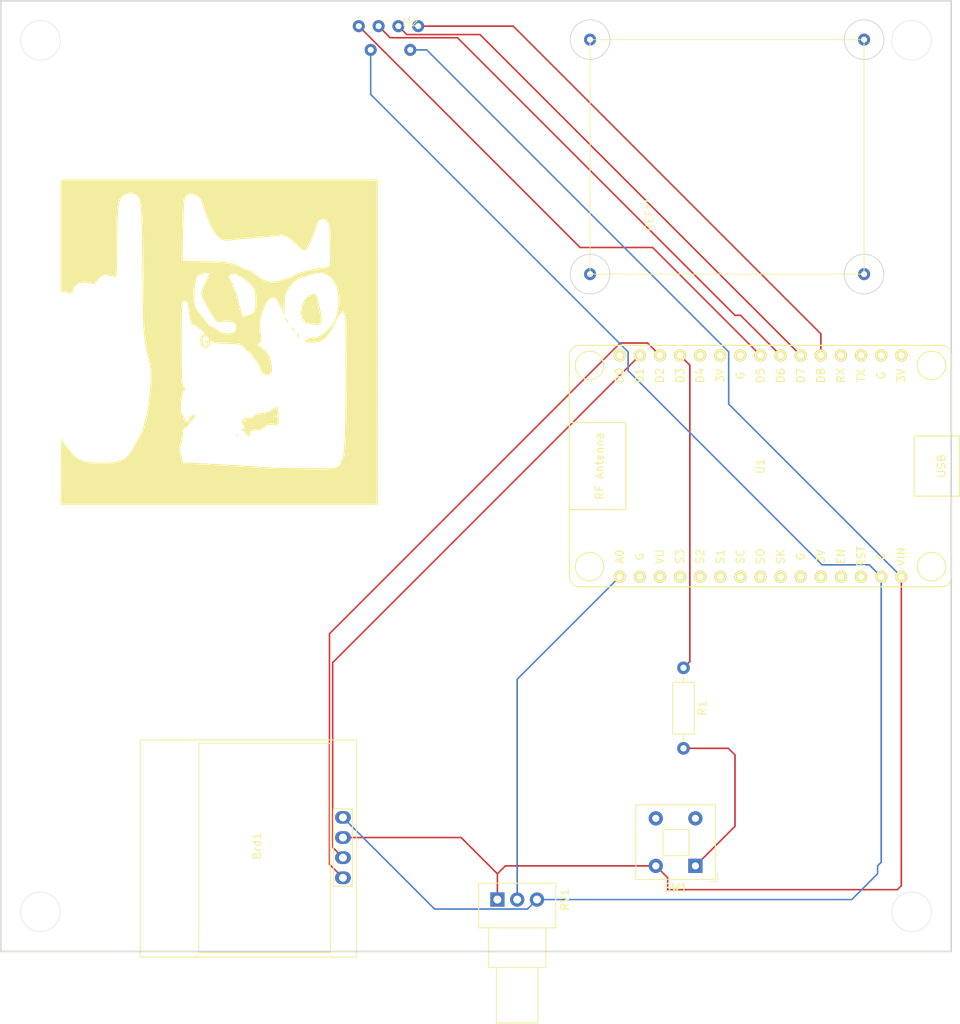
<source format=kicad_pcb>
(kicad_pcb (version 20240108) (generator "pcbnew") (generator_version "8.0")
  (layers (0 "F.Cu" signal) (31 "B.Cu" signal) (34 "B.Paste" user) (35 "F.Paste" user) (36 "B.SilkS" user "B.Silkscreen") (37 "F.SilkS" user "F.Silkscreen") (38 "B.Mask" user) (39 "F.Mask" user) (44 "Edge.Cuts" user))
  (net 0 "")
  (net 1 "+5V")
  (net 2 "GND")
  (net 3 "Net-(Brd1-SDA)")
  (net 4 "Net-(Brd1-SCL)")
  (net 5 "Net-(U1-D3(GPIO0))")
  (net 6 "Net-(R1-Pad2)")
  (net 7 "Net-(U1-A0(ADC0))")
  (net 28 "Net-(M2-IN1)")
  (net 29 "Net-(M2-IN4)")
  (net 30 "Net-(M2-IN2)")
  (net 31 "Net-(M2-IN3)")
  (footprint "Potentiometer_THT:Potentiometer_Alps_RK09Y11_Single_Horizontal" (layer "F.Cu") (at 122.7 173.45 90)
    (property "Reference" "RV1" (at 0 8.5 90) (layer "F.SilkS"))
    (property "Value" "R_Potentiometer")
    (fp_line (start 2.071 -2.37) (end -3.57 -2.37) (stroke (width 0.12)) (layer "F.SilkS"))
    (fp_line (start -3.57 -1.12) (end -8.57 -1.12) (stroke (width 0.12)) (layer "F.SilkS"))
    (fp_line (start -8.57 -0.12) (end -15.57 -0.12) (stroke (width 0.12)) (layer "F.SilkS"))
    (fp_line (start -8.57 5.12) (end -15.57 5.12) (stroke (width 0.12)) (layer "F.SilkS"))
    (fp_line (start -15.57 5.12) (end -15.57 -0.12) (stroke (width 0.12)) (layer "F.SilkS"))
    (fp_line (start -3.57 6.12) (end -8.57 6.12) (stroke (width 0.12)) (layer "F.SilkS"))
    (fp_line (start -8.57 6.12) (end -8.57 -1.12) (stroke (width 0.12)) (layer "F.SilkS"))
    (fp_line (start 2.071 7.37) (end 2.071 -2.37) (stroke (width 0.12)) (layer "F.SilkS"))
    (fp_line (start 2.071 7.37) (end -3.57 7.37) (stroke (width 0.12)) (layer "F.SilkS"))
    (fp_line (start -3.57 7.37) (end -3.57 -2.37) (stroke (width 0.12)) (layer "F.SilkS"))
    (pad "1" thru_hole rect (at 0 0 270) (size 1.8 1.8) (drill 1) (layers "*.Cu" "*.Mask") (net 1 "+5V"))
    (pad "2" thru_hole circle (at 0 2.5 270) (size 1.8 1.8) (drill 1) (layers "*.Cu" "*.Mask") (net 7 "Net-(U1-A0(ADC0))"))
    (pad "3" thru_hole circle (at 0 5 270) (size 1.8 1.8) (drill 1) (layers "*.Cu" "*.Mask") (net 2 "GND"))
  )
  (footprint "ESP8266:NodeMCU1.0(12-E)" (layer "F.Cu") (at 155.92 118.73 90)
    (property "Reference" "U1" (at 0 0 90) (layer "F.SilkS"))
    (property "Value" "NodeMCU_1.0_(ESP-12E)")
    (fp_line (start 13.97 -24.13) (end -13.97 -24.13) (stroke (width 0.15)) (layer "F.SilkS"))
    (fp_line (start 5.5 -24.13) (end 5.5 -17) (stroke (width 0.15)) (layer "F.SilkS"))
    (fp_line (start 15.24 -22.86) (end 15.24 22.86) (stroke (width 0.15)) (layer "F.SilkS"))
    (fp_line (start -15.24 -22.86) (end -15.24 22.86) (stroke (width 0.15)) (layer "F.SilkS"))
    (fp_line (start 5.5 -17) (end -5.5 -17) (stroke (width 0.15)) (layer "F.SilkS"))
    (fp_line (start -5.5 -17) (end -5.5 -24.13) (stroke (width 0.15)) (layer "F.SilkS"))
    (fp_line (start 3.8 19.4) (end 3.8 25.13) (stroke (width 0.15)) (layer "F.SilkS"))
    (fp_line (start -3.8 19.4) (end 3.8 19.4) (stroke (width 0.15)) (layer "F.SilkS"))
    (fp_line (start 13.98 24.13) (end 3.81 24.13) (stroke (width 0.15)) (layer "F.SilkS"))
    (fp_line (start -3.8 24.13) (end -13.97 24.13) (stroke (width 0.15)) (layer "F.SilkS"))
    (fp_line (start 3.8 25.13) (end -3.8 25.13) (stroke (width 0.15)) (layer "F.SilkS"))
    (fp_line (start -3.8 25.13) (end -3.8 19.4) (stroke (width 0.15)) (layer "F.SilkS"))
    (fp_arc (start 13.97 -24.13) (mid 14.868026 -23.758026) (end 15.24 -22.86) (stroke (width 0.15)) (layer "F.SilkS"))
    (fp_arc (start -15.24 -22.86) (mid -14.868026 -23.758026) (end -13.97 -24.13) (stroke (width 0.15)) (layer "F.SilkS"))
    (fp_arc (start 15.24 22.86) (mid 14.868026 23.758026) (end 13.97 24.13) (stroke (width 0.15)) (layer "F.SilkS"))
    (fp_arc (start -13.97 24.13) (mid -14.868026 23.758026) (end -15.24 22.86) (stroke (width 0.15)) (layer "F.SilkS"))
    (fp_circle (center 12.7 -21.59) (end 13.97 -22.86) (stroke (width 0.15)) (fill none) (layer "F.SilkS"))
    (fp_circle (center -12.7 -21.59) (end -11.43 -22.86) (stroke (width 0.15)) (fill none) (layer "F.SilkS"))
    (fp_circle (center 12.7 21.59) (end 13.97 20.32) (stroke (width 0.15)) (fill none) (layer "F.SilkS"))
    (fp_circle (center -12.7 21.59) (end -11.43 20.32) (stroke (width 0.15)) (fill none) (layer "F.SilkS"))
    (fp_text user "SK" (at -11.43 2.54 90) (layer "F.SilkS"))
    (fp_text user "D5" (at 11.43 0 90) (layer "F.SilkS"))
    (fp_text user "RST" (at -11.43 12.7 90) (layer "F.SilkS"))
    (fp_text user "G" (at -11.43 -15.24 90) (layer "F.SilkS"))
    (fp_text user "3V" (at 11.43 -5.08 90) (layer "F.SilkS"))
    (fp_text user "D2" (at 11.43 -12.7 90) (layer "F.SilkS"))
    (fp_text user "G" (at -11.43 15.24 90) (layer "F.SilkS"))
    (fp_text user "D6" (at 11.43 2.54 90) (layer "F.SilkS"))
    (fp_text user "D7" (at 11.43 5.08 90) (layer "F.SilkS"))
    (fp_text user "EN" (at -11.43 10.16 90) (layer "F.SilkS"))
    (fp_text user "D8" (at 11.43 7.62 90) (layer "F.SilkS"))
    (fp_text user "SC" (at -11.43 -2.54 90) (layer "F.SilkS"))
    (fp_text user "TX" (at 11.43 12.7 90) (layer "F.SilkS"))
    (fp_text user "VU" (at -11.43 -12.7 90) (layer "F.SilkS"))
    (fp_text user "RX" (at 11.43 10.16 90) (layer "F.SilkS"))
    (fp_text user "SO" (at -11.43 0 90) (layer "F.SilkS"))
    (fp_text user "VIN" (at -11.43 17.78 90) (layer "F.SilkS"))
    (fp_text user "3V" (at 11.43 17.78 90) (layer "F.SilkS"))
    (fp_text user "S3" (at -11.43 -10.16 90) (layer "F.SilkS"))
    (fp_text user "S1" (at -11.43 -5.08 90) (layer "F.SilkS"))
    (fp_text user "D1" (at 11.43 -15.24 90) (layer "F.SilkS"))
    (fp_text user "D3" (at 11.43 -10.16 90) (layer "F.SilkS"))
    (fp_text user "G" (at 11.43 -2.54 90) (layer "F.SilkS"))
    (fp_text user "USB" (at 0 22.86 90) (layer "F.SilkS"))
    (fp_text user "A0" (at -11.43 -17.78 90) (layer "F.SilkS"))
    (fp_text user "RF Antenna" (at 0 -20.32 90) (layer "F.SilkS"))
    (fp_text user "G" (at -11.43 5.08 90) (layer "F.SilkS"))
    (fp_text user "D0" (at 11.43 -17.78 90) (layer "F.SilkS"))
    (fp_text user "D4" (at 11.43 -7.62 90) (layer "F.SilkS"))
    (fp_text user "S2" (at -11.43 -7.62 90) (layer "F.SilkS"))
    (fp_text user "G" (at 11.43 15.24 90) (layer "F.SilkS"))
    (fp_text user "3V" (at -11.43 7.62 90) (layer "F.SilkS"))
    (pad "1" thru_hole circle (at -13.97 -17.78 90) (size 1.524 1.524) (drill 0.762) (layers "*.Cu" "*.Mask" "F.SilkS") (net 7 "Net-(U1-A0(ADC0))"))
    (pad "2" thru_hole circle (at -13.97 -15.24 90) (size 1.524 1.524) (drill 0.762) (layers "*.Cu" "*.Mask" "F.SilkS"))
    (pad "3" thru_hole circle (at -13.97 -12.7 90) (size 1.524 1.524) (drill 0.762) (layers "*.Cu" "*.Mask" "F.SilkS"))
    (pad "4" thru_hole circle (at -13.97 -10.16 90) (size 1.524 1.524) (drill 0.762) (layers "*.Cu" "*.Mask" "F.SilkS"))
    (pad "5" thru_hole circle (at -13.97 -7.62 90) (size 1.524 1.524) (drill 0.762) (layers "*.Cu" "*.Mask" "F.SilkS"))
    (pad "6" thru_hole circle (at -13.97 -5.08 90) (size 1.524 1.524) (drill 0.762) (layers "*.Cu" "*.Mask" "F.SilkS"))
    (pad "7" thru_hole circle (at -13.97 -2.54 90) (size 1.524 1.524) (drill 0.762) (layers "*.Cu" "*.Mask" "F.SilkS"))
    (pad "8" thru_hole circle (at -13.97 0 90) (size 1.524 1.524) (drill 0.762) (layers "*.Cu" "*.Mask" "F.SilkS"))
    (pad "9" thru_hole circle (at -13.97 2.54 90) (size 1.524 1.524) (drill 0.762) (layers "*.Cu" "*.Mask" "F.SilkS"))
    (pad "10" thru_hole circle (at -13.97 5.08 90) (size 1.524 1.524) (drill 0.762) (layers "*.Cu" "*.Mask" "F.SilkS"))
    (pad "11" thru_hole circle (at -13.97 7.62 90) (size 1.524 1.524) (drill 0.762) (layers "*.Cu" "*.Mask" "F.SilkS"))
    (pad "12" thru_hole circle (at -13.97 10.16 90) (size 1.524 1.524) (drill 0.762) (layers "*.Cu" "*.Mask" "F.SilkS"))
    (pad "13" thru_hole circle (at -13.97 12.7 90) (size 1.524 1.524) (drill 0.762) (layers "*.Cu" "*.Mask" "F.SilkS"))
    (pad "14" thru_hole circle (at -13.97 15.24 90) (size 1.524 1.524) (drill 0.762) (layers "*.Cu" "*.Mask" "F.SilkS") (net 2 "GND"))
    (pad "15" thru_hole circle (at -13.97 17.78 90) (size 1.524 1.524) (drill 0.762) (layers "*.Cu" "*.Mask" "F.SilkS") (net 1 "+5V"))
    (pad "16" thru_hole circle (at 13.97 17.78 90) (size 1.524 1.524) (drill 0.762) (layers "*.Cu" "*.Mask" "F.SilkS"))
    (pad "17" thru_hole circle (at 13.97 15.24 90) (size 1.524 1.524) (drill 0.762) (layers "*.Cu" "*.Mask" "F.SilkS"))
    (pad "18" thru_hole circle (at 13.97 12.7 90) (size 1.524 1.524) (drill 0.762) (layers "*.Cu" "*.Mask" "F.SilkS"))
    (pad "19" thru_hole circle (at 13.97 10.16 90) (size 1.524 1.524) (drill 0.762) (layers "*.Cu" "*.Mask" "F.SilkS"))
    (pad "20" thru_hole circle (at 13.97 7.62 90) (size 1.524 1.524) (drill 0.762) (layers "*.Cu" "*.Mask" "F.SilkS") (net 29 "Net-(M2-IN4)"))
    (pad "21" thru_hole circle (at 13.97 5.08 90) (size 1.524 1.524) (drill 0.762) (layers "*.Cu" "*.Mask" "F.SilkS") (net 31 "Net-(M2-IN3)"))
    (pad "22" thru_hole circle (at 13.97 2.54 90) (size 1.524 1.524) (drill 0.762) (layers "*.Cu" "*.Mask" "F.SilkS") (net 30 "Net-(M2-IN2)"))
    (pad "23" thru_hole circle (at 13.97 0 90) (size 1.524 1.524) (drill 0.762) (layers "*.Cu" "*.Mask" "F.SilkS") (net 28 "Net-(M2-IN1)"))
    (pad "24" thru_hole circle (at 13.97 -2.54 90) (size 1.524 1.524) (drill 0.762) (layers "*.Cu" "*.Mask" "F.SilkS"))
    (pad "25" thru_hole circle (at 13.97 -5.08 90) (size 1.524 1.524) (drill 0.762) (layers "*.Cu" "*.Mask" "F.SilkS"))
    (pad "26" thru_hole circle (at 13.97 -7.62 90) (size 1.524 1.524) (drill 0.762) (layers "*.Cu" "*.Mask" "F.SilkS"))
    (pad "27" thru_hole circle (at 13.97 -10.16 90) (size 1.524 1.524) (drill 0.762) (layers "*.Cu" "*.Mask" "F.SilkS") (net 5 "Net-(U1-D3(GPIO0))"))
    (pad "28" thru_hole circle (at 13.97 -12.7 90) (size 1.524 1.524) (drill 0.762) (layers "*.Cu" "*.Mask" "F.SilkS") (net 3 "Net-(Brd1-SDA)"))
    (pad "29" thru_hole circle (at 13.97 -15.24 90) (size 1.524 1.524) (drill 0.762) (layers "*.Cu" "*.Mask" "F.SilkS") (net 4 "Net-(Brd1-SCL)"))
    (pad "30" thru_hole circle (at 13.97 -17.78 90) (size 1.524 1.524) (drill 0.762) (layers "*.Cu" "*.Mask" "F.SilkS"))
  )
  (footprint "Resistor_THT:R_Axial_DIN0207_L6.3mm_D2.5mm_P10.16mm_Horizontal" (layer "F.Cu") (at 146.2 144.2 -90)
    (property "Reference" "R1" (at 5.08 -2.37 90) (layer "F.SilkS"))
    (property "Value" "R")
    (fp_line (start 1.81 1.37) (end 8.35 1.37) (stroke (width 0.12)) (layer "F.SilkS"))
    (fp_line (start 8.35 1.37) (end 8.35 -1.37) (stroke (width 0.12)) (layer "F.SilkS"))
    (fp_line (start 1.04 0) (end 1.81 0) (stroke (width 0.12)) (layer "F.SilkS"))
    (fp_line (start 9.12 0) (end 8.35 0) (stroke (width 0.12)) (layer "F.SilkS"))
    (fp_line (start 1.81 -1.37) (end 1.81 1.37) (stroke (width 0.12)) (layer "F.SilkS"))
    (fp_line (start 8.35 -1.37) (end 1.81 -1.37) (stroke (width 0.12)) (layer "F.SilkS"))
    (pad "1" thru_hole circle (at 0 0 270) (size 1.6 1.6) (drill 0.8) (layers "*.Cu" "*.Mask") (net 5 "Net-(U1-D3(GPIO0))"))
    (pad "2" thru_hole oval (at 10.16 0 270) (size 1.6 1.6) (drill 0.8) (layers "*.Cu" "*.Mask") (net 6 "Net-(R1-Pad2)"))
  )
  (footprint "SSD1306:128x64OLED" (layer "F.Cu") (at 92.6 166.7 -90)
    (property "Reference" "Brd1" (at 0 0.254 90) (layer "F.SilkS"))
    (property "Value" "SSD1306")
    (fp_line (start -13.4 15) (end -13.4 -12.3) (stroke (width 0.12)) (layer "F.SilkS"))
    (fp_line (start 14 15) (end -13.4 15) (stroke (width 0.12)) (layer "F.SilkS"))
    (fp_line (start 13.462 7.62) (end 13.462 -9.017) (stroke (width 0.12)) (layer "F.SilkS"))
    (fp_line (start -12.978 7.595) (end -12.978 -9.005) (stroke (width 0.12)) (layer "F.SilkS"))
    (fp_line (start 10.122 7.595) (end 13.462 7.62) (stroke (width 0.12)) (layer "F.SilkS"))
    (fp_line (start 10.122 7.595) (end -12.978 7.595) (stroke (width 0.12)) (layer "F.SilkS"))
    (fp_line (start -12.978 -9.005) (end 10.122 -9.005) (stroke (width 0.12)) (layer "F.SilkS"))
    (fp_line (start 10.122 -9.005) (end 13.208 -9.005) (stroke (width 0.12)) (layer "F.SilkS"))
    (fp_line (start 13.462 -9.017) (end 13.208 -9.005) (stroke (width 0.12)) (layer "F.SilkS"))
    (fp_line (start 5.08 -9.398) (end -4.699 -9.398) (stroke (width 0.12)) (layer "F.SilkS"))
    (fp_line (start -4.699 -11.811) (end -4.699 -9.398) (stroke (width 0.12)) (layer "F.SilkS"))
    (fp_line (start -4.699 -11.811) (end 5.08 -11.811) (stroke (width 0.12)) (layer "F.SilkS"))
    (fp_line (start 5.08 -11.811) (end 5.08 -9.398) (stroke (width 0.12)) (layer "F.SilkS"))
    (fp_line (start -13.4 -12.3) (end 14 -12.3) (stroke (width 0.12)) (layer "F.SilkS"))
    (fp_line (start 14 -12.3) (end 14 15) (stroke (width 0.12)) (layer "F.SilkS"))
    (pad "1" thru_hole oval (at -3.62 -10.6) (size 2 1.6) (drill 1) (layers "*.Cu" "*.Mask") (net 2 "GND"))
    (pad "2" thru_hole oval (at -1.08 -10.6) (size 2 1.6) (drill 1) (layers "*.Cu" "*.Mask") (net 1 "+5V"))
    (pad "3" thru_hole oval (at 1.46 -10.6) (size 2 1.6) (drill 1) (layers "*.Cu" "*.Mask") (net 4 "Net-(Brd1-SCL)"))
    (pad "4" thru_hole oval (at 4 -10.6) (size 2 1.6) (drill 1) (layers "*.Cu" "*.Mask") (net 3 "Net-(Brd1-SDA)"))
  )
  (footprint "1_david:stepper motor" (layer "F.Cu") (at 111.7 63.2)
    (property "Reference" "M2" (at 0 -0.5 0) (layer "F.SilkS") (effects (font (thickness 0.1))))
    (property "Value" "~")
    (pad "1" thru_hole circle (at -6.5 0) (size 1.524 1.524) (drill 0.762) (layers "*.Cu" "*.Mask") (net 28 "Net-(M2-IN1)"))
    (pad "2" thru_hole circle (at -4 0) (size 1.524 1.524) (drill 0.762) (layers "*.Cu" "*.Mask") (net 30 "Net-(M2-IN2)"))
    (pad "3" thru_hole circle (at -1.5 0) (size 1.524 1.524) (drill 0.762) (layers "*.Cu" "*.Mask") (net 31 "Net-(M2-IN3)"))
    (pad "4" thru_hole circle (at 1 0) (size 1.524 1.524) (drill 0.762) (layers "*.Cu" "*.Mask") (net 29 "Net-(M2-IN4)"))
    (pad "5" thru_hole circle (at 0 3) (size 1.524 1.524) (drill 0.762) (layers "*.Cu" "*.Mask") (net 1 "+5V"))
    (pad "6" thru_hole circle (at -5 3) (size 1.524 1.524) (drill 0.762) (layers "*.Cu" "*.Mask") (net 2 "GND"))
  )
  (footprint "cat:cat2" (layer "F.Cu") (at 87.5 103)
    (property "Reference" "G***" (at 0 0 0) (layer "F.SilkS") (effects (font (size 1.5 1.5) (thickness 0.3))))
    (property "Value" "LOGO" (hide yes))
    (fp_poly (pts (xy 9.538495 -1.548828) (xy 9.627452 -1.279892) (xy 9.570545 -1.193288) (xy 9.382258 -1.330073) (xy 9.30483 -1.473392) (xy 9.245354 -1.773063) (xy 9.34892 -1.801099)) (fill solid) (layer "F.SilkS"))
    (fp_poly (pts (xy 2.602909 11.821069) (xy 2.608575 11.877032) (xy 2.341712 11.899887) (xy 2.301342 11.899653) (xy 2.036951 11.875072) (xy 2.062189 11.823188) (xy 2.091499 11.814752) (xy 2.462835 11.789796)) (fill solid) (layer "F.SilkS"))
    (fp_poly (pts (xy 8.521358 -2.8942) (xy 8.626113 -2.754423) (xy 8.803151 -2.451292) (xy 8.832747 -2.298071) (xy 8.705292 -2.368436) (xy 8.559654 -2.562486) (xy 8.38163 -2.899174) (xy 8.373672 -3.023629)) (fill solid) (layer "F.SilkS"))
    (fp_poly (pts (xy 10.057718 -0.937584) (xy 10.221685 -0.719645) (xy 10.228188 -0.671818) (xy 10.098163 -0.516) (xy 10.057718 -0.511409) (xy 9.908112 -0.650165) (xy 9.887248 -0.777174) (xy 9.969891 -0.95362)) (fill solid) (layer "F.SilkS"))
    (fp_poly (pts (xy 12.23395 -5.987407) (xy 12.341443 -5.854326) (xy 12.448273 -5.570771) (xy 12.57597 -5.085999) (xy 12.746061 -4.349267) (xy 12.873187 -3.784008) (xy 13.016853 -2.96903) (xy 13.0093 -2.432335) (xy 12.843193 -2.143114) (xy 12.511193 -2.070559) (xy 12.46604 -2.074294) (xy 12.115218 -2.110776) (xy 11.621244 -2.162402) (xy 11.551895 -2.169666) (xy 10.93358 -2.365726) (xy 10.551856 -2.803506) (xy 10.40157 -3.489499) (xy 10.398658 -3.623271) (xy 10.510292 -4.458925) (xy 10.815409 -5.177939) (xy 11.269326 -5.710855) (xy 11.827364 -5.988215) (xy 11.930863 -6.005127) (xy 12.104266 -6.02076)) (fill solid) (layer "F.SilkS"))
    (fp_poly (pts (xy 7.550213 9.251125) (xy 7.595191 9.997422) (xy 7.559072 10.445984) (xy 7.432025 10.632485) (xy 7.204221 10.592596) (xy 7.183494 10.581845) (xy 6.852115 10.504144) (xy 6.445853 10.522325) (xy 6.104193 10.61603) (xy 5.966443 10.759471) (xy 5.828079 10.893166) (xy 5.710738 10.910067) (xy 5.483882 11.002116) (xy 5.455034 11.080537) (xy 5.302866 11.183098) (xy 4.918709 11.24386) (xy 4.703879 11.251007) (xy 4.242138 11.268629) (xy 4.042603 11.348286) (xy 4.02724 11.530167) (xy 4.041882 11.591947) (xy 4.035722 11.860305) (xy 3.771405 11.932886) (xy 3.770218 11.932886) (xy 3.474999 11.828638) (xy 3.409396 11.671688) (xy 3.268266 11.412936) (xy 3.025839 11.256319) (xy 2.793803 11.141317) (xy 2.875609 11.095118) (xy 2.940604 11.091343) (xy 3.156979 10.979074) (xy 3.243403 10.762133) (xy 3.163013 10.591079) (xy 3.068456 10.569128) (xy 2.920913 10.441038) (xy 2.916427 10.150811) (xy 2.99418 9.958278) (xy 3.252384 9.958278) (xy 3.283726 10.17938) (xy 3.341918 10.182019) (xy 3.382612 9.953864) (xy 3.355376 9.855286) (xy 3.279682 9.790715) (xy 3.252384 9.958278) (xy 2.99418 9.958278) (xy 3.042143 9.839513) (xy 3.145511 9.723568) (xy 3.502378 9.599444) (xy 3.724192 9.623246) (xy 4.129531 9.58732) (xy 4.30836 9.461074) (xy 7.159731 9.461074) (xy 7.244966 9.546309) (xy 7.330201 9.461074) (xy 7.244966 9.375839) (xy 7.159731 9.461074) (xy 4.30836 9.461074) (xy 4.360531 9.424243) (xy 4.697652 9.182892) (xy 4.932521 9.107444) (xy 5.395987 9.057414) (xy 5.889997 8.963753) (xy 6.309797 8.852131) (xy 6.550634 8.748216) (xy 6.57056 8.706051) (xy 6.657849 8.57329) (xy 6.967701 8.413374) (xy 6.978239 8.409362) (xy 7.457482 8.228468)) (fill solid) (layer "F.SilkS"))
    (fp_poly (pts (xy 20.114044 0.085235) (xy 20.112428 20.626846) (xy 0.083731 20.626846) (xy -19.944966 20.626846) (xy -19.931508 16.237249) (xy -19.924112 14.869479) (xy -19.910494 13.818058) (xy -19.889398 13.05843) (xy -19.859569 12.566041) (xy -19.819753 12.316334) (xy -19.768693 12.284754) (xy -19.733173 12.357422) (xy -19.483683 12.824728) (xy -19.116453 13.29725) (xy -19.064752 13.350736) (xy -18.75474 13.705616) (xy -18.585283 13.986567) (xy -18.574984 14.034254) (xy -18.437995 14.229199) (xy -18.091652 14.520174) (xy -17.767265 14.742835) (xy -17.360899 14.981485) (xy -16.984097 15.136487) (xy -16.5393 15.230075) (xy -15.92895 15.28448) (xy -15.258115 15.314653) (xy -13.974411 15.315583) (xy -12.967475 15.198728) (xy -12.18755 14.944389) (xy -11.584878 14.532866) (xy -11.1097 13.944461) (xy -10.924215 13.614699) (xy -4.902663 13.614699) (xy -4.812547 14.044436) (xy -4.797018 14.079461) (xy -4.645427 14.569433) (xy -4.602685 14.924143) (xy -4.573868 15.175985) (xy -4.42802 15.294686) (xy -4.076045 15.323561) (xy -3.792953 15.317789) (xy -3.44538 15.322879) (xy -2.812326 15.34736) (xy -1.948506 15.388096) (xy -0.908633 15.441953) (xy 0.252577 15.505795) (xy 1.480411 15.576487) (xy 2.720154 15.650892) (xy 3.917093 15.725877) (xy 5.016514 15.798304) (xy 5.963701 15.86504) (xy 6.563087 15.911244) (xy 6.932954 15.928901) (xy 7.583077 15.946942) (xy 8.452773 15.964224) (xy 9.481363 15.979605) (xy 10.608164 15.99194) (xy 11.037919 15.995505) (xy 12.273041 16.003343) (xy 13.212941 16.003389) (xy 13.903308 15.99213) (xy 14.389834 15.966049) (xy 14.718209 15.921632) (xy 14.934123 15.855363) (xy 15.083267 15.763729) (xy 15.17803 15.677004) (xy 15.399657 15.382944) (xy 15.434714 15.183457) (xy 15.479188 15.005081) (xy 15.572971 14.949296) (xy 15.674221 14.779375) (xy 15.762142 14.346098) (xy 15.837107 13.639812) (xy 15.899494 12.650865) (xy 15.949679 11.369607) (xy 15.988038 9.786385) (xy 16.014947 7.891547) (xy 16.030782 5.675442) (xy 16.035919 3.128417) (xy 16.035914 3.068457) (xy 16.034963 1.373918) (xy 16.031599 -0.010983) (xy 16.024415 -1.117547) (xy 16.012002 -1.977075) (xy 15.992952 -2.620868) (xy 15.965858 -3.080226) (xy 15.92931 -3.38645) (xy 15.881901 -3.570842) (xy 15.822223 -3.6647) (xy 15.748868 -3.699327) (xy 15.731327 -3.702035) (xy 15.539502 -3.631836) (xy 15.29978 -3.352754) (xy 14.985083 -2.826581) (xy 14.644042 -2.167807) (xy 14.134768 -1.224524) (xy 13.667582 -0.563844) (xy 13.188692 -0.141191) (xy 12.644308 0.088012) (xy 11.980638 0.168343) (xy 11.822441 0.17047) (xy 11.249946 0.142133) (xy 10.964958 0.048611) (xy 10.910067 -0.065352) (xy 11.069598 -0.29617) (xy 11.514283 -0.451444) (xy 12.188591 -0.513294) (xy 12.644331 -0.651102) (xy 13.200217 -1.007092) (xy 13.776768 -1.509658) (xy 14.294506 -2.087197) (xy 14.673953 -2.668106) (xy 14.740937 -2.812751) (xy 14.907624 -3.355403) (xy 15.049987 -4.064864) (xy 15.122177 -4.638238) (xy 15.116647 -5.831588) (xy 14.899318 -6.849226) (xy 14.495824 -7.664386) (xy 13.9318 -8.2503) (xy 13.23288 -8.580203) (xy 12.424699 -8.627329) (xy 11.546903 -8.371329) (xy 11.003744 -8.159227) (xy 10.523872 -8.030242) (xy 10.358875 -8.01208) (xy 10.019694 -7.877228) (xy 9.58854 -7.526752) (xy 9.141318 -7.04177) (xy 8.753934 -6.5034) (xy 8.522829 -6.04994) (xy 8.435346 -5.654688) (xy 8.370101 -5.050431) (xy 8.341483 -4.378499) (xy 8.328631 -3.767101) (xy 8.298172 -3.456763) (xy 8.24034 -3.407699) (xy 8.145481 -3.579865) (xy 7.797144 -4.373472) (xy 7.543244 -4.904779) (xy 7.346968 -5.226152) (xy 7.171506 -5.389955) (xy 6.980044 -5.448554) (xy 6.827274 -5.455033) (xy 6.49867 -5.396078) (xy 6.248713 -5.165387) (xy 6.009101 -4.730537) (xy 5.592231 -3.788992) (xy 5.343934 -3.011141) (xy 5.24517 -2.276001) (xy 5.276899 -1.462589) (xy 5.377068 -0.714464) (xy 5.424239 -0.211647) (xy 5.346729 0.083481) (xy 5.187469 0.243297) (xy 4.994503 0.418021) (xy 5.065351 0.551289) (xy 5.296459 0.682557) (xy 6.029555 1.244986) (xy 6.507271 2.028739) (xy 6.72234 3.021305) (xy 6.730025 3.150939) (xy 6.733349 3.683652) (xy 6.65891 3.984007) (xy 6.471314 4.157944) (xy 6.377489 4.206155) (xy 6.026611 4.295439) (xy 5.715001 4.134886) (xy 5.635412 4.06392) (xy 5.374348 3.785731) (xy 5.271521 3.615843) (xy 5.153688 3.10785) (xy 4.869564 2.660129) (xy 4.712828 2.48258) (xy 4.392077 2.081841) (xy 4.184303 1.723783) (xy 4.170478 1.685692) (xy 3.997447 1.416345) (xy 3.8667 1.35654) (xy 3.635302 1.230563) (xy 3.318469 0.928179) (xy 3.246923 0.845131) (xy 3.024207 0.599697) (xy 2.796604 0.448961) (xy 2.475984 0.368281) (xy 1.974216 0.33301) (xy 1.371755 0.320771) (xy 0.374848 0.290486) (xy -0.336648 0.223066) (xy -0.817404 0.105578) (xy -1.122088 -0.074909) (xy -1.295067 -0.310071) (xy -1.730791 -0.937574) (xy -2.346678 -1.532763) (xy -2.989625 -1.952015) (xy -3.228243 -2.073313) (xy -3.398192 -2.212177) (xy -3.521355 -2.430026) (xy -3.619616 -2.788277) (xy -3.714857 -3.348346) (xy -3.828963 -4.171651) (xy -3.858155 -4.389597) (xy -3.958029 -4.866758) (xy -4.117537 -5.08025) (xy -4.27891 -5.114094) (xy -4.375434 -5.101048) (xy -4.454282 -5.041333) (xy -4.517065 -4.90408) (xy -4.565391 -4.65842) (xy -4.600869 -4.273486) (xy -4.625109 -3.718409) (xy -4.63972 -2.962321) (xy -4.64631 -1.974354) (xy -4.64649 -0.723639) (xy -4.641869 0.820692) (xy -4.638001 1.774097) (xy -4.629074 3.036266) (xy -4.612448 3.99963) (xy -4.585233 4.70629) (xy -4.544541 5.198346) (xy -4.487483 5.517899) (xy -4.411172 5.70705) (xy -4.364067 5.76671) (xy -4.193786 5.990574) (xy -4.29094 6.157455) (xy -4.364639 6.213981) (xy -4.541647 6.524816) (xy -4.668992 7.165017) (xy -4.719907 7.680163) (xy -4.758201 8.369146) (xy -4.738873 8.802126) (xy -4.652138 9.060668) (xy -4.539116 9.187388) (xy -4.32022 9.531671) (xy -4.261745 9.837093) (xy -4.18708 10.137938) (xy -4.016985 10.167879) (xy -3.83231 9.947839) (xy -3.748049 9.70414) (xy -3.520286 9.337786) (xy -3.274555 9.236131) (xy -2.970545 9.255502) (xy -2.939315 9.447793) (xy -3.182513 9.82338) (xy -3.409396 10.085188) (xy -3.719723 10.452312) (xy -3.901277 10.720009) (xy -3.920805 10.777589) (xy -4.059404 10.895263) (xy -4.17651 10.910067) (xy -4.388857 11.055868) (xy -4.458897 11.293625) (xy -4.492775 11.773999) (xy -4.518555 12.134154) (xy -4.61015 12.627233) (xy -4.77144 13.122037) (xy -4.902663 13.614699) (xy -10.924215 13.614699) (xy -10.912743 13.594303) (xy -10.586959 12.992879) (xy -10.201491 12.333666) (xy -10.058908 12.103356) (xy -9.77974 11.621212) (xy -9.596636 11.22637) (xy -9.557509 11.080537) (xy -9.500414 10.78947) (xy -9.367873 10.29199) (xy -9.221296 9.802014) (xy -9.056377 9.119931) (xy -8.901989 8.203638) (xy -8.767445 7.149043) (xy -8.66206 6.052052) (xy -8.595151 5.008573) (xy -8.576032 4.114512) (xy -8.609315 3.501105) (xy -8.729327 2.797357) (xy -8.898998 2.076097) (xy -8.957572 1.875168) (xy -9.106877 1.251288) (xy -9.257415 0.352038) (xy -9.399685 -0.757181) (xy -9.524186 -2.01097) (xy -9.527163 -2.045637) (xy -9.533569 -2.265187) (xy -9.543038 -2.789564) (xy -9.555084 -3.582673) (xy -9.569223 -4.60842) (xy -9.581278 -5.544327) (xy -3.059498 -5.544327) (xy -3.010776 -4.844803) (xy -2.911365 -4.382167) (xy -2.704709 -4.01596) (xy -2.3554 -3.548348) (xy -2.145065 -3.305633) (xy -1.799411 -2.890031) (xy -1.578272 -2.54881) (xy -1.535043 -2.420496) (xy -1.391582 -2.21755) (xy -1.037353 -1.994428) (xy -0.933654 -1.947774) (xy -0.433798 -1.686055) (xy -0.022799 -1.385592) (xy 0.00393 -1.359828) (xy 0.398565 -1.14031) (xy 0.946836 -1.028902) (xy 1.506638 -1.034979) (xy 1.935867 -1.167917) (xy 2.011544 -1.227382) (xy 2.200877 -1.628802) (xy 2.132041 -2.084747) (xy 1.977897 -2.3082) (xy 1.652416 -2.458565) (xy 1.060674 -2.500592) (xy 0.741991 -2.488592) (xy -0.255705 -2.430774) (xy -0.767114 -3.199893) (xy -1.285212 -4.027997) (xy -1.718999 -4.815286) (xy -2.033397 -5.491194) (xy -2.193324 -5.985155) (xy -2.206186 -6.09467) (xy -2.132372 -6.438385) (xy -1.929894 -6.95792) (xy -1.667676 -7.492435) (xy -1.406509 -8.015993) (xy -1.347372 -8.164987) (xy 1.336552 -8.164987) (xy 1.485811 -7.81144) (xy 1.534645 -7.755932) (xy 1.805157 -7.318386) (xy 1.912459 -6.925763) (xy 2.015889 -6.511746) (xy 2.16894 -6.275789) (xy 2.342101 -5.972991) (xy 2.386577 -5.693444) (xy 2.438848 -5.32547) (xy 2.575098 -4.765171) (xy 2.743143 -4.205549) (xy 3.099708 -3.119376) (xy 3.686203 -3.321003) (xy 4.132788 -3.507722) (xy 4.44436 -3.695894) (xy 4.464284 -3.714217) (xy 4.586692 -4.01501) (xy 4.652706 -4.543542) (xy 4.662868 -5.191399) (xy 4.617725 -5.850167) (xy 4.517819 -6.411433) (xy 4.449717 -6.616408) (xy 4.182832 -7.002275) (xy 3.722829 -7.452279) (xy 3.162473 -7.896526) (xy 2.59453 -8.26512) (xy 2.111763 -8.488168) (xy 1.918615 -8.52349) (xy 1.491334 -8.423355) (xy 1.336552 -8.164987) (xy -1.347372 -8.164987) (xy -1.247148 -8.417501) (xy -1.223755 -8.610758) (xy -1.224294 -8.611319) (xy -1.439823 -8.636929) (xy -1.849968 -8.572868) (xy -2.00122 -8.53545) (xy -2.465474 -8.362179) (xy -2.722217 -8.086672) (xy -2.870777 -7.694736) (xy -2.987964 -7.094597) (xy -3.051383 -6.336026) (xy -3.059498 -5.544327) (xy -9.581278 -5.544327) (xy -9.584967 -5.83071) (xy -9.601832 -7.213449) (xy -9.619333 -8.720542) (xy -9.630933 -9.760152) (xy -9.635816 -10.175795) (xy -4.51745 -10.175795) (xy -1.619463 -10.122583) (xy -0.488431 -10.096862) (xy 0.37631 -10.057949) (xy 1.049407 -9.992205) (xy 1.60551 -9.885994) (xy 2.119265 -9.725677) (xy 2.665321 -9.497619) (xy 3.211056 -9.240112) (xy 3.643055 -9.04934) (xy 3.960014 -8.940213) (xy 3.988576 -8.93469) (xy 4.231983 -8.808168) (xy 4.604846 -8.524082) (xy 4.78356 -8.367377) (xy 5.634458 -7.791466) (xy 6.557442 -7.536162) (xy 7.512034 -7.609266) (xy 7.953139 -7.756375) (xy 8.431028 -7.92487) (xy 8.817676 -8.009678) (xy 8.864375 -8.01208) (xy 9.226688 -8.135025) (xy 9.364449 -8.254062) (xy 9.667501 -8.453358) (xy 10.219654 -8.675106) (xy 10.932463 -8.893773) (xy 11.717483 -9.083823) (xy 12.486269 -9.219722) (xy 12.850599 -9.26054) (xy 13.43473 -9.344188) (xy 13.853782 -9.471091) (xy 13.993693 -9.570854) (xy 14.04429 -9.825983) (xy 14.072892 -10.341402) (xy 14.076955 -11.037017) (xy 14.060608 -11.674982) (xy 14.029757 -12.512039) (xy 14.004412 -13.286428) (xy 13.987758 -13.895695) (xy 13.98295 -14.172725) (xy 13.886983 -14.727571) (xy 13.658189 -15.188697) (xy 13.657609 -15.189414) (xy 13.284465 -15.456409) (xy 12.903609 -15.423602) (xy 12.583908 -15.12342) (xy 12.395304 -14.59502) (xy 12.286461 -14.185817) (xy 12.0843 -13.628721) (xy 11.825185 -13.003966) (xy 11.545477 -12.391786) (xy 11.281537 -11.872414) (xy 11.069727 -11.526084) (xy 10.9598 -11.427517) (xy 10.588595 -11.56333) (xy 10.135841 -11.88705) (xy 9.72218 -12.312067) (xy 9.714983 -12.321199) (xy 9.355159 -12.674649) (xy 8.883328 -13.007755) (xy 8.398811 -13.265239) (xy 8.000931 -13.39182) (xy 7.826278 -13.372403) (xy 7.600016 -13.322996) (xy 7.101098 -13.262539) (xy 6.397339 -13.197843) (xy 5.556554 -13.135719) (xy 5.317695 -13.120447) (xy 4.340941 -13.051938) (xy 3.375392 -12.970105) (xy 2.528339 -12.884895) (xy 1.907073 -12.806254) (xy 1.875168 -12.801309) (xy 1.216676 -12.716492) (xy 0.767783 -12.720657) (xy 0.407015 -12.82135) (xy 0.235196 -12.903206) (xy -0.207437 -13.284384) (xy -0.675397 -13.959311) (xy -1.145919 -14.884206) (xy -1.596239 -16.015289) (xy -1.941047 -17.088597) (xy -2.25753 -17.874325) (xy -2.677024 -18.353266) (xy -3.229332 -18.551618) (xy -3.603762 -18.550291) (xy -3.979462 -18.473768) (xy -4.176749 -18.269973) (xy -4.298568 -17.839742) (xy -4.342022 -17.469922) (xy -4.383949 -16.822867) (xy -4.421636 -15.962282) (xy -4.452371 -14.951869) (xy -4.473442 -13.855332) (xy -4.475694 -13.679653) (xy -4.51745 -10.175795) (xy -9.635816 -10.175795) (xy -9.653368 -11.669877) (xy -9.677155 -13.268237) (xy -9.705383 -14.584803) (xy -9.741138 -15.649144) (xy -9.787509 -16.490831) (xy -9.847583 -17.139433) (xy -9.924447 -17.624521) (xy -10.02119 -17.975666) (xy -10.140898 -18.222437) (xy -10.28666 -18.394405) (xy -10.461563 -18.52114) (xy -10.550978 -18.571494) (xy -11.094153 -18.691419) (xy -11.692219 -18.574295) (xy -12.106673 -18.322501) (xy -12.30904 -18.07538) (xy -12.469054 -17.716783) (xy -12.591026 -17.210048) (xy -12.679269 -16.51851) (xy -12.738095 -15.605504) (xy -12.771817 -14.434367) (xy -12.784746 -12.968434) (xy -12.785235 -12.55322) (xy -12.789452 -11.407015) (xy -12.801282 -10.36604) (xy -12.819494 -9.481673) (xy -12.842857 -8.805288) (xy -12.87014 -8.388263) (xy -12.88751 -8.284849) (xy -13.042854 -8.110716) (xy -13.313685 -8.19167) (xy -13.567813 -8.284875) (xy -13.637584 -8.25291) (xy -13.742036 -8.24696) (xy -13.875763 -8.338474) (xy -14.187003 -8.400264) (xy -14.613433 -8.264272) (xy -15.044709 -7.988403) (xy -15.370492 -7.630563) (xy -15.427517 -7.52415) (xy -15.64756 -7.247802) (xy -15.938926 -7.252687) (xy -16.796656 -7.422254) (xy -17.510342 -7.352996) (xy -18.036726 -7.059006) (xy -18.332545 -6.554377) (xy -18.353431 -6.466069) (xy -18.463372 -6.119074) (xy -18.650452 -6.038899) (xy -18.816493 -6.081087) (xy -19.299064 -6.177894) (xy -19.561409 -6.188798) (xy -19.944966 -6.172979) (xy -19.944966 -13.314677) (xy -19.944966 -20.456375) (xy 0.085347 -20.456375) (xy 20.11566 -20.456375)) (fill solid) (layer "F.SilkS"))
  )
  (footprint "1_david:stepper driver" (layer "F.Cu") (at 142.4 87 90)
    (property "Reference" "REF**" (at 0 -0.5 90) (layer "F.SilkS") (effects (font (thickness 0.1))))
    (property "Value" "stepper driver")
    (fp_rect (start -7.5 -8) (end 22.1 26.6) (stroke (width 0.1)) (fill none) (layer "F.SilkS"))
    (fp_circle (center 22.1 -8) (end 24.6 -8) (stroke (width 0.1)) (fill none) (layer "Edge.Cuts"))
    (fp_circle (center -7.5 -8) (end -5 -8) (stroke (width 0.1)) (fill none) (layer "Edge.Cuts"))
    (fp_circle (center 22.1 26.6) (end 24.6 26.6) (stroke (width 0.1)) (fill none) (layer "Edge.Cuts"))
    (fp_circle (center -7.5 26.6) (end -5 26.6) (stroke (width 0.1)) (fill none) (layer "Edge.Cuts"))
    (pad "1" thru_hole circle (at -7.5 -8 90) (size 1.524 1.524) (drill 0.762) (layers "*.Cu" "*.Mask"))
    (pad "2" thru_hole circle (at 22.1 -8 90) (size 1.524 1.524) (drill 0.762) (layers "*.Cu" "*.Mask"))
    (pad "3" thru_hole circle (at 22.1 26.6 90) (size 1.524 1.524) (drill 0.762) (layers "*.Cu" "*.Mask"))
    (pad "4" thru_hole circle (at -7.5 26.6 90) (size 1.524 1.524) (drill 0.762) (layers "*.Cu" "*.Mask"))
  )
  (footprint "Button_Switch_THT:SW_Push_2P1T_Toggle_CK_PVA1xxH1xxxxxxV2" (layer "F.Cu") (at 147.7 169.2 180)
    (property "Reference" "SW1" (at 2.5 -2.75 360) (layer "F.SilkS"))
    (property "Value" "SW_Push")
    (fp_line (start 7.52 7.72) (end 7.52 -1.72) (stroke (width 0.12)) (layer "F.SilkS"))
    (fp_line (start 7.52 7.72) (end -2.52 7.72) (stroke (width 0.12)) (layer "F.SilkS"))
    (fp_line (start 7.52 -1.72) (end -2.52 -1.72) (stroke (width 0.12)) (layer "F.SilkS"))
    (fp_line (start 4.1 4.6) (end 0.8 4.6) (stroke (width 0.12)) (layer "F.SilkS"))
    (fp_line (start 4.1 1.3) (end 4.1 4.6) (stroke (width 0.12)) (layer "F.SilkS"))
    (fp_line (start 4.1 1.3) (end 0.8 1.3) (stroke (width 0.12)) (layer "F.SilkS"))
    (fp_line (start 0.8 1.3) (end 0.8 4.6) (stroke (width 0.12)) (layer "F.SilkS"))
    (fp_line (start -1.77 -1.97) (end -2.77 -1.97) (stroke (width 0.12)) (layer "F.SilkS"))
    (fp_line (start -2.52 7.72) (end -2.52 -1.72) (stroke (width 0.12)) (layer "F.SilkS"))
    (fp_line (start -2.77 -0.97) (end -2.77 -1.97) (stroke (width 0.12)) (layer "F.SilkS"))
    (pad "1" thru_hole rect (at 0 0 180) (size 1.8 1.8) (drill 0.9) (layers "*.Cu" "*.Mask") (net 6 "Net-(R1-Pad2)"))
    (pad "2" thru_hole circle (at 5 0 180) (size 1.8 1.8) (drill 0.9) (layers "*.Cu" "*.Mask") (net 1 "+5V"))
    (pad "3" thru_hole circle (at 0 6 180) (size 1.8 1.8) (drill 0.9) (layers "*.Cu" "*.Mask"))
    (pad "4" thru_hole circle (at 5 6 180) (size 1.8 1.8) (drill 0.9) (layers "*.Cu" "*.Mask"))
  )
  (gr_circle (center 65 65) (end 67.5 65) (stroke (width 0.05)) (fill none) (layer "Edge.Cuts"))
  (gr_circle (center 175 175) (end 177.5 175) (stroke (width 0.05)) (fill none) (layer "Edge.Cuts"))
  (gr_rect (start 60 60) (end 180 180) (stroke (width 0.2)) (fill none) (layer "Edge.Cuts"))
  (gr_circle (center 175 65) (end 177.5 65) (stroke (width 0.05)) (fill none) (layer "Edge.Cuts"))
  (gr_circle (center 65 175) (end 67.5 175) (stroke (width 0.05)) (fill none) (layer "Edge.Cuts"))
  (segment (start 122.7 173.45) (end 122.7 170.2) (width 0.2) (layer "F.Cu") (net 1))
  (segment (start 173.7 171.7) (end 173.2 172.2) (width 0.2) (layer "F.Cu") (net 1))
  (segment (start 122.7 170.2) (end 123.7 169.2) (width 0.2) (layer "F.Cu") (net 1))
  (segment (start 144.2 170.7) (end 142.7 169.2) (width 0.2) (layer "F.Cu") (net 1))
  (segment (start 123.7 169.2) (end 142.7 169.2) (width 0.2) (layer "F.Cu") (net 1))
  (segment (start 173.2 172.2) (end 144.2 172.2) (width 0.2) (layer "F.Cu") (net 1))
  (segment (start 144.2 172.2) (end 144.2 170.7) (width 0.2) (layer "F.Cu") (net 1))
  (segment (start 103.2 165.62) (end 118.12 165.62) (width 0.2) (layer "F.Cu") (net 1))
  (segment (start 173.7 132.7) (end 173.7 171.7) (width 0.2) (layer "F.Cu") (net 1))
  (segment (start 118.12 165.62) (end 122.7 170.2) (width 0.2) (layer "F.Cu") (net 1))
  (segment (start 111.7 66.2) (end 113.781895 66.2) (width 0.2) (layer "B.Cu") (net 1))
  (segment (start 113.781895 66.2) (end 151.902 104.320105) (width 0.2) (layer "B.Cu") (net 1))
  (segment (start 151.902 104.320105) (end 151.902 110.902) (width 0.2) (layer "B.Cu") (net 1))
  (segment (start 151.902 110.902) (end 173.7 132.7) (width 0.2) (layer "B.Cu") (net 1))
  (segment (start 139.202 106.702) (end 163.7 131.2) (width 0.2) (layer "B.Cu") (net 2))
  (segment (start 106.7 66.2) (end 106.7 71.818105) (width 0.2) (layer "B.Cu") (net 2))
  (segment (start 106.7 71.818105) (end 139.202 104.320105) (width 0.2) (layer "B.Cu") (net 2))
  (segment (start 170.7 169.2) (end 171.16 168.74) (width 0.2) (layer "B.Cu") (net 2))
  (segment (start 169.66 131.2) (end 171.16 132.7) (width 0.2) (layer "B.Cu") (net 2))
  (segment (start 126.5 174.65) (end 127.7 173.45) (width 0.2) (layer "B.Cu") (net 2))
  (segment (start 114.77 174.65) (end 126.5 174.65) (width 0.2) (layer "B.Cu") (net 2))
  (segment (start 127.7 173.45) (end 167.45 173.45) (width 0.2) (layer "B.Cu") (net 2))
  (segment (start 139.202 104.320105) (end 139.202 106.702) (width 0.2) (layer "B.Cu") (net 2))
  (segment (start 167.45 173.45) (end 170.7 170.2) (width 0.2) (layer "B.Cu") (net 2))
  (segment (start 163.7 131.2) (end 169.66 131.2) (width 0.2) (layer "B.Cu") (net 2))
  (segment (start 103.2 163.08) (end 114.77 174.65) (width 0.2) (layer "B.Cu") (net 2))
  (segment (start 171.16 168.74) (end 171.16 132.7) (width 0.2) (layer "B.Cu") (net 2))
  (segment (start 170.7 170.2) (end 170.7 169.2) (width 0.2) (layer "B.Cu") (net 2))
  (segment (start 101.5 169) (end 101.5 139.898105) (width 0.2) (layer "F.Cu") (net 3))
  (segment (start 138.198105 103.2) (end 141.66 103.2) (width 0.2) (layer "F.Cu") (net 3))
  (segment (start 141.66 103.2) (end 143.22 104.76) (width 0.2) (layer "F.Cu") (net 3))
  (segment (start 103.2 170.7) (end 101.5 169) (width 0.2) (layer "F.Cu") (net 3))
  (segment (start 101.5 139.898105) (end 138.198105 103.2) (width 0.2) (layer "F.Cu") (net 3))
  (segment (start 101.9 166.86) (end 101.9 143.54) (width 0.2) (layer "F.Cu") (net 4))
  (segment (start 101.9 143.54) (end 140.68 104.76) (width 0.2) (layer "F.Cu") (net 4))
  (segment (start 103.2 168.16) (end 101.9 166.86) (width 0.2) (layer "F.Cu") (net 4))
  (segment (start 146.999999 105.999999) (end 145.76 104.76) (width 0.2) (layer "F.Cu") (net 5))
  (segment (start 146.999999 105.999999) (end 146.999999 143.400001) (width 0.2) (layer "F.Cu") (net 5))
  (segment (start 146.999999 143.400001) (end 146.2 144.2) (width 0.2) (layer "F.Cu") (net 5))
  (segment (start 151.86 154.36) (end 152.7 155.2) (width 0.2) (layer "F.Cu") (net 6))
  (segment (start 146.2 154.36) (end 151.86 154.36) (width 0.2) (layer "F.Cu") (net 6))
  (segment (start 152.7 155.2) (end 152.7 164.2) (width 0.2) (layer "F.Cu") (net 6))
  (segment (start 152.7 164.2) (end 147.7 169.2) (width 0.2) (layer "F.Cu") (net 6))
  (segment (start 125.2 145.64) (end 138.14 132.7) (width 0.2) (layer "B.Cu") (net 7))
  (segment (start 125.2 173.45) (end 125.2 145.64) (width 0.2) (layer "B.Cu") (net 7))
  (segment (start 105.2 63.2) (end 105.201895 63.2) (width 0.2) (layer "F.Cu") (net 28))
  (segment (start 105.201895 63.2) (end 133.139895 91.138) (width 0.2) (layer "F.Cu") (net 28))
  (segment (start 142.298 91.138) (end 155.92 104.76) (width 0.2) (layer "F.Cu") (net 28))
  (segment (start 133.139895 91.138) (end 142.298 91.138) (width 0.2) (layer "F.Cu") (net 28))
  (segment (start 163.54 104.76) (end 163.54 102.04) (width 0.2) (layer "F.Cu") (net 29))
  (segment (start 163.54 102.04) (end 124.7 63.2) (width 0.2) (layer "F.Cu") (net 29))
  (segment (start 124.7 63.2) (end 112.7 63.2) (width 0.2) (layer "F.Cu") (net 29))
  (segment (start 152.7 99.7) (end 117.662 64.662) (width 0.2) (layer "F.Cu") (net 30))
  (segment (start 109.162 64.662) (end 107.7 63.2) (width 0.2) (layer "F.Cu") (net 30))
  (segment (start 117.662 64.662) (end 109.162 64.662) (width 0.2) (layer "F.Cu") (net 30))
  (segment (start 158.46 104.76) (end 153.4 99.7) (width 0.2) (layer "F.Cu") (net 30))
  (segment (start 153.4 99.7) (end 152.7 99.7) (width 0.2) (layer "F.Cu") (net 30))
  (segment (start 110.2 63.2) (end 111.262 64.262) (width 0.2) (layer "F.Cu") (net 31))
  (segment (start 111.262 64.262) (end 120.502 64.262) (width 0.2) (layer "F.Cu") (net 31))
  (segment (start 120.502 64.262) (end 161 104.76) (width 0.2) (layer "F.Cu") (net 31))
)
</source>
